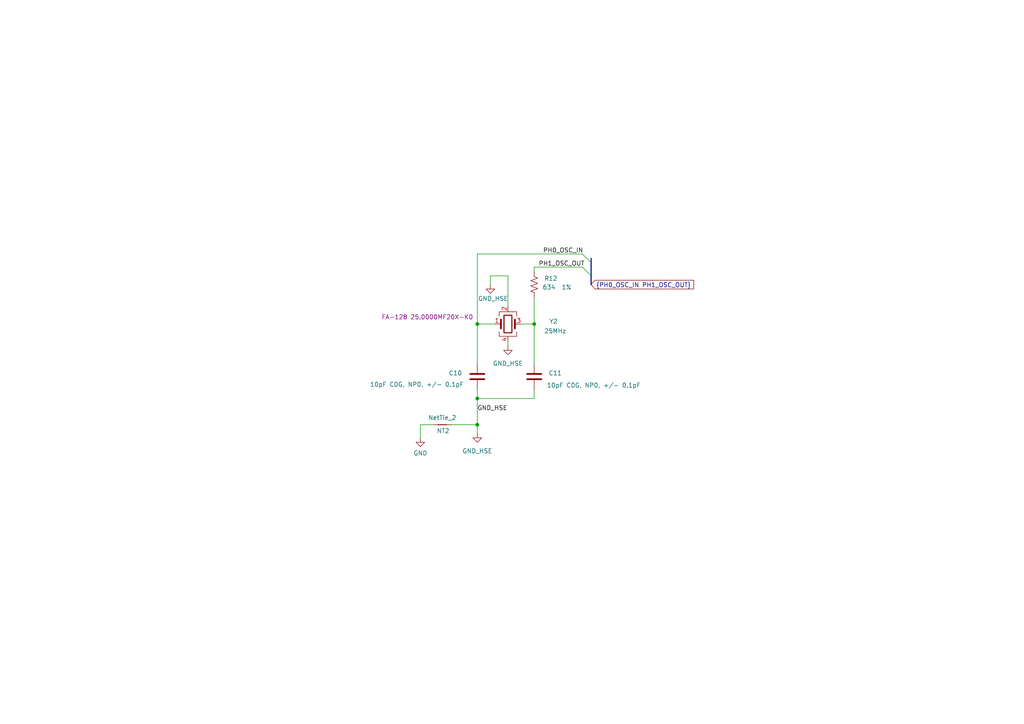
<source format=kicad_sch>
(kicad_sch (version 20250114) (generator "eeschema") (generator_version "9.0")
  (paper "A4")
  (title_block (title "F411-RFM95W") (date "2025-09-09") (rev "v0.1.0"))
  (lib_symbols
    (symbol "ProjectLib:C" (pin_numbers (hide yes)) (pin_names (offset 0.254))
      (property "Reference" "C" (at 0.635 2.54 0))
      (property "Value" "C" (at 0.635 -2.54 0))
      (symbol "C_0_1"
        (polyline (pts (xy -2.032 0.762) (xy 2.032 0.762)) (stroke (width 0.508)))
        (polyline (pts (xy -2.032 -0.762) (xy 2.032 -0.762)) (stroke (width 0.508)))
      )
      (symbol "C_1_1"
        (pin passive line (at 0 3.81 270) (length 2.794) (name "~") (number "1"))
        (pin passive line (at 0 -3.81 90) (length 2.794) (name "~") (number "2"))
      )
    )
    (symbol "ProjectLib:Crystal_GND24" (pin_names (offset 1.016) (hide yes))
      (property "Reference" "Y" (at 3.175 5.08 0))
      (property "Value" "Crystal_GND24" (at 3.175 3.175 0))
      (symbol "Crystal_GND24_0_1"
        (polyline (pts (xy -2.54 2.286) (xy -2.54 3.556) (xy 2.54 3.556) (xy 2.54 2.286)))
        (polyline (pts (xy -2.54 0) (xy -2.032 0)))
        (polyline (pts (xy -2.54 -2.286) (xy -2.54 -3.556) (xy 2.54 -3.556) (xy 2.54 -2.286)))
        (polyline (pts (xy -2.032 -1.27) (xy -2.032 1.27)) (stroke (width 0.508)))
        (rectangle (start -1.143 2.54) (end 1.143 -2.54) (stroke (width 0.3048)))
        (polyline (pts (xy 0 3.556) (xy 0 3.81)))
        (polyline (pts (xy 0 -3.81) (xy 0 -3.556)))
        (polyline (pts (xy 2.032 0) (xy 2.54 0)))
        (polyline (pts (xy 2.032 -1.27) (xy 2.032 1.27)) (stroke (width 0.508)))
      )
      (symbol "Crystal_GND24_1_1"
        (pin passive line (at -3.81 0 0) (length 1.27) (name "1") (number "1"))
        (pin passive line (at 0 5.08 270) (length 1.27) (name "2") (number "2"))
        (pin passive line (at 0 -5.08 90) (length 1.27) (name "4") (number "4"))
        (pin passive line (at 3.81 0 180) (length 1.27) (name "3") (number "3"))
      )
    )
    (symbol "ProjectLib:GND_HSE" (power) (pin_numbers (hide yes)) (pin_names (offset 0) (hide yes))
      (property "Value" "GND_HSE" (at 0 -3.81 0))
      (symbol "GND_HSE_0_1"
        (polyline (pts (xy 0 0) (xy 0 -1.27) (xy 1.27 -1.27) (xy 0 -2.54) (xy -1.27 -1.27) (xy 0 -1.27)))
      )
      (symbol "GND_HSE_1_1"
        (pin power_in line (at 0 0 270) (length 0) (name "~") (number "1"))
      )
    )
    (symbol "ProjectLib:NetTie_2" (pin_numbers (hide yes)) (pin_names (offset 0) (hide yes)) (in_bom no)
      (property "Reference" "NT" (at 0 1.27 0))
      (property "Value" "NetTie_2" (at 0 -1.27 0))
      (symbol "NetTie_2_0_1"
        (polyline (pts (xy -1.27 0) (xy 1.27 0)) (stroke (width 0.254)))
      )
      (symbol "NetTie_2_1_1"
        (pin power_in line (at -2.54 0 0) (length 2.54) (name "1") (number "1"))
        (pin power_out line (at 2.54 0 180) (length 2.54) (name "2") (number "2"))
      )
    )
    (symbol "ProjectLib:R_US" (pin_numbers (hide yes)) (pin_names (offset 0))
      (property "Reference" "R" (at 2.54 0 90))
      (property "Value" "R_US" (at -2.54 0 90))
      (symbol "R_US_0_1"
        (polyline (pts (xy 0 2.286) (xy 0 2.54)))
        (polyline (pts (xy 0 2.286) (xy 1.016 1.905) (xy 0 1.524) (xy -1.016 1.143) (xy 0 0.762)))
        (polyline (pts (xy 0 0.762) (xy 1.016 0.381) (xy 0 0) (xy -1.016 -0.381) (xy 0 -0.762)))
        (polyline (pts (xy 0 -0.762) (xy 1.016 -1.143) (xy 0 -1.524) (xy -1.016 -1.905) (xy 0 -2.286)))
        (polyline (pts (xy 0 -2.286) (xy 0 -2.54)))
      )
      (symbol "R_US_1_1"
        (pin passive line (at 0 3.81 270) (length 1.27) (name "~") (number "1"))
        (pin passive line (at 0 -3.81 90) (length 1.27) (name "~") (number "2"))
      )
    )
    (symbol "power:GND" (power) (pin_numbers (hide yes)) (pin_names (offset 0) (hide yes))
      (property "Value" "GND" (at 0 -3.81 0))
      (symbol "GND_0_1"
        (polyline (pts (xy 0 0) (xy 0 -1.27) (xy 1.27 -1.27) (xy 0 -2.54) (xy -1.27 -1.27) (xy 0 -1.27)))
      )
      (symbol "GND_1_1"
        (pin power_in line (at 0 0 270) (length 0) (name "~") (number "1"))
      )
    )
  )
  (junction (at 138.43 123.19))
  (junction (at 154.94 93.98))
  (junction (at 138.43 115.57))
  (junction (at 138.43 93.98))
  (bus_entry (at 171.45 76.2) (size -2.54 -2.54))
  (bus_entry (at 171.45 80.01) (size -2.54 -2.54))
  (wire (pts (xy 154.94 77.47) (xy 168.91 77.47)))
  (wire (pts (xy 138.43 93.98) (xy 138.43 105.41)))
  (wire (pts (xy 154.94 93.98) (xy 154.94 105.41)))
  (wire (pts (xy 138.43 115.57) (xy 154.94 115.57)))
  (wire (pts (xy 147.32 80.01) (xy 142.24 80.01)))
  (wire (pts (xy 138.43 73.66) (xy 168.91 73.66)))
  (wire (pts (xy 138.43 93.98) (xy 143.51 93.98)))
  (wire (pts (xy 154.94 115.57) (xy 154.94 113.03)))
  (wire (pts (xy 121.92 123.19) (xy 125.73 123.19)))
  (wire (pts (xy 138.43 115.57) (xy 138.43 123.19)))
  (wire (pts (xy 154.94 77.47) (xy 154.94 78.74)))
  (bus (pts (xy 171.45 76.2) (xy 171.45 80.01)))
  (bus (pts (xy 171.45 80.01) (xy 171.45 82.55)))
  (wire (pts (xy 121.92 127) (xy 121.92 123.19)))
  (wire (pts (xy 130.81 123.19) (xy 138.43 123.19)))
  (bus (pts (xy 171.45 74.93) (xy 171.45 76.2)))
  (wire (pts (xy 147.32 99.06) (xy 147.32 100.33)))
  (wire (pts (xy 138.43 73.66) (xy 138.43 93.98)))
  (wire (pts (xy 142.24 80.01) (xy 142.24 82.55)))
  (wire (pts (xy 138.43 125.73) (xy 138.43 123.19)))
  (wire (pts (xy 138.43 115.57) (xy 138.43 113.03)))
  (wire (pts (xy 147.32 88.9) (xy 147.32 80.01)))
  (wire (pts (xy 151.13 93.98) (xy 154.94 93.98)))
  (wire (pts (xy 154.94 86.36) (xy 154.94 93.98)))
  (label "PH1_OSC_OUT" (at 156.21 77.47 0))
  (label "PH0_OSC_IN" (at 157.48 73.66 0))
  (label "GND_HSE" (at 138.43 119.38 0))
  (global_label "{PH0_OSC_IN PH1_OSC_OUT}" (shape input) (at 171.45 82.55 0) (property "Intersheetrefs" "${INTERSHEET_REFS}" (effects (hide yes))))
  (symbol (lib_id "ProjectLib:GND_HSE") (at 147.32 100.33 0) (unit 1)
    (property "Reference" "#PWR0132" (effects (hide yes)))
    (property "Value" "GND_HSE" (at 147.32 105.41 0))
    (property "Description" "Power symbol creates a global label with name \"GND_HSE\" , ground" (effects (hide yes)))
  )
  (symbol (lib_id "ProjectLib:GND_HSE") (at 142.24 82.55 0) (unit 1)
    (property "Reference" "#PWR0131" (effects (hide yes)))
    (property "Value" "GND_HSE" (at 143.002 86.614 0))
    (property "Description" "Power symbol creates a global label with name \"GND_HSE\" , ground" (effects (hide yes)))
  )
  (symbol (lib_id "ProjectLib:C") (at 154.94 109.22 180) (unit 1)
    (property "Reference" "C11" (at 161.036 108.204 0))
    (property "Value" "10pF C0G, NP0, +/- 0.1pF" (at 172.212 111.76 0))
    (property "Footprint" "ProjectLib:C_0402_1005Metric" (effects (hide yes)))
    (property "Description" "Unpolarized capacitor" (effects (hide yes)))
    (property "MountType" "SMT" (effects (hide yes)))
    (property "pads" "2" (effects (hide yes)))
    (property "Package" "C_0402_1005Metric" (effects (hide yes)))
    (property "Notes" "or equivalent" (effects (hide yes)))
  )
  (symbol (lib_id "ProjectLib:R_US") (at 154.94 82.55 0) (unit 1)
    (property "Reference" "R12" (at 159.766 80.772 0))
    (property "Value" "634  1%" (at 161.544 83.312 0))
    (property "Footprint" "ProjectLib:R_0402_1005Metric" (effects (hide yes)))
    (property "Description" "Resistor, US symbol" (effects (hide yes)))
    (property "MountType" "SMT" (effects (hide yes)))
    (property "pads" "2" (effects (hide yes)))
    (property "Package" "R_0402_1005Metric" (effects (hide yes)))
    (property "Notes" "or equivalent" (effects (hide yes)))
  )
  (symbol (lib_id "ProjectLib:GND_HSE") (at 138.43 125.73 0) (unit 1)
    (property "Reference" "#PWR0130" (effects (hide yes)))
    (property "Value" "GND_HSE" (at 138.43 130.81 0))
    (property "Description" "Power symbol creates a global label with name \"GND_HSE\" , ground" (effects (hide yes)))
  )
  (symbol (lib_id "power:GND") (at 121.92 127 0) (unit 1)
    (property "Reference" "#PWR0129" (effects (hide yes)))
    (property "Value" "GND" (at 121.92 131.445 0))
    (property "Description" "Power symbol creates a global label with name \"GND\" , ground" (effects (hide yes)))
  )
  (symbol (lib_id "ProjectLib:Crystal_GND24") (at 147.32 93.98 0) (unit 1)
    (property "Reference" "Y2" (at 160.528 93.218 0))
    (property "Value" "25MHz" (at 161.036 96.012 0))
    (property "Footprint" "ProjectLib:Crystal_SMD_2016-4Pin_2.0x1.6mm" (effects (hide yes)))
    (property "Description" "Four pin crystal, GND on pins 2 and 4" (effects (hide yes)))
    (property "Manufacturer" "Epson" (effects (hide yes)))
    (property "MfgPart" "FA-128 25.0000MF20X-K0" (at 123.952 91.948 0))
    (property "MountType" "SMT" (effects (hide yes)))
    (property "pads" "4" (effects (hide yes)))
    (property "Package" "Crystal_SMD_2016-4Pin_2.0x1.6mm" (effects (hide yes)))
    (property "Notes" "or equivalent" (effects (hide yes)))
  )
  (symbol (lib_id "ProjectLib:NetTie_2") (at 128.27 123.19 0) (unit 1) (in_bom no)
    (property "Reference" "NT2" (at 128.524 124.968 0))
    (property "Value" "NetTie_2" (at 128.27 121.158 0))
    (property "Footprint" "ProjectLib:NetTie-2_SMD_Pad0.5mm" (effects (hide yes)))
    (property "Description" "Net tie, 2 pins" (effects (hide yes)))
  )
  (symbol (lib_id "ProjectLib:C") (at 138.43 109.22 180) (unit 1)
    (property "Reference" "C10" (at 132.08 108.204 0))
    (property "Value" "10pF C0G, NP0, +/- 0.1pF" (at 120.904 111.506 0))
    (property "Footprint" "ProjectLib:C_0402_1005Metric" (effects (hide yes)))
    (property "Description" "Unpolarized capacitor" (effects (hide yes)))
    (property "MountType" "SMT" (effects (hide yes)))
    (property "pads" "2" (effects (hide yes)))
    (property "Package" "C_0402_1005Metric" (effects (hide yes)))
    (property "Notes" "or equivalent" (effects (hide yes)))
  )
)
</source>
